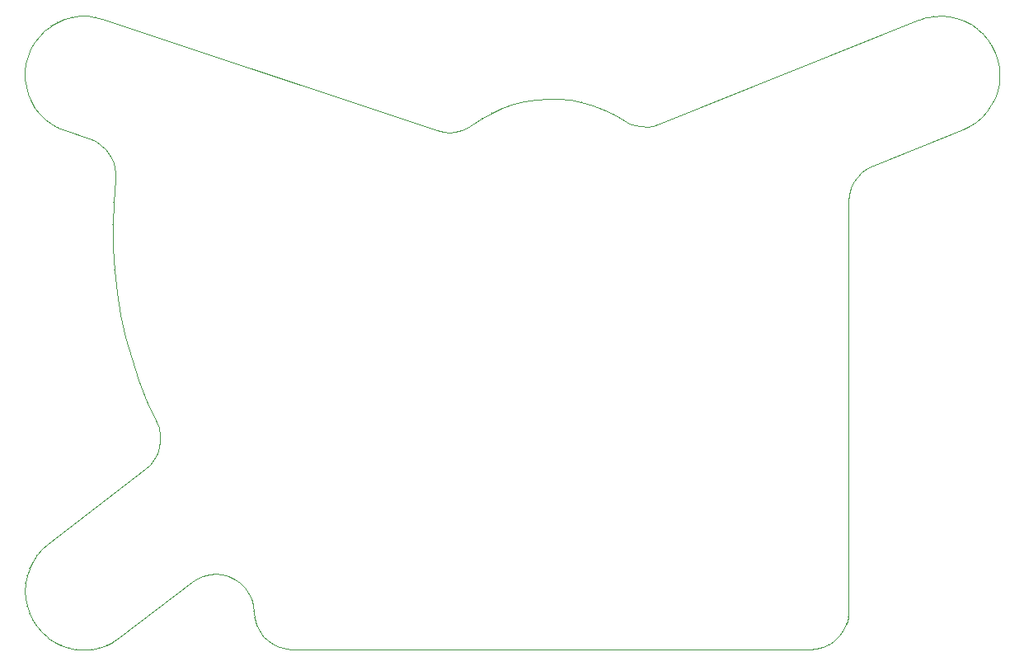
<source format=gm1>
G04 Layer_Color=16711935*
%FSLAX44Y44*%
%MOMM*%
G71*
G01*
G75*
%ADD38C,0.1000*%
D38*
X978186Y638526D02*
G03*
X978136Y638565I-332J-374D01*
G01*
X978190Y638522D02*
G03*
X978186Y638526I-336J-370D01*
G01*
X984027Y633276D02*
G03*
X984023Y633280I-336J-370D01*
G01*
X984071Y633231D02*
G03*
X984027Y633276I-380J-325D01*
G01*
X989212Y627215D02*
G03*
X989173Y627268I-419J-273D01*
G01*
X984071Y633231D02*
G03*
X984025Y633278I-380J-325D01*
G01*
X971664Y643005D02*
G03*
X971608Y643038I-282J-413D01*
G01*
X971665Y643004D02*
G03*
X971664Y643005I-284J-412D01*
G01*
X971610Y643037D02*
G03*
X971606Y643039I-228J-445D01*
G01*
X971664Y643004D02*
G03*
X971610Y643037I-283J-413D01*
G01*
X978137Y638564D02*
G03*
X978136Y638565I-284J-412D01*
G01*
X978188Y638524D02*
G03*
X978137Y638564I-334J-372D01*
G01*
X993525Y620580D02*
G03*
X993493Y620637I-451J-216D01*
G01*
X996934Y613438D02*
G03*
X996910Y613499I-476J-155D01*
G01*
X996934Y613438D02*
G03*
X996910Y613499I-476J-155D01*
G01*
X989212Y627215D02*
G03*
X989173Y627268I-419J-273D01*
G01*
X993525Y620580D02*
G03*
X993493Y620637I-451J-216D01*
G01*
X949408Y650877D02*
G03*
X949345Y650885I-102J-490D01*
G01*
X949412Y650876D02*
G03*
X949408Y650877I-106J-489D01*
G01*
X949410Y650876D02*
G03*
X949345Y650885I-104J-489D01*
G01*
X941520Y651494D02*
G03*
X941455Y651495I-39J-499D01*
G01*
X957150Y649234D02*
G03*
X957088Y649251I-165J-472D01*
G01*
X957153Y649233D02*
G03*
X957150Y649234I-168J-471D01*
G01*
X933616Y651077D02*
G03*
X933553Y651069I28J-499D01*
G01*
X933619Y651077D02*
G03*
X933616Y651077I25J-500D01*
G01*
X941456Y651495D02*
G03*
X941453Y651495I25J-500D01*
G01*
X941520Y651494D02*
G03*
X941456Y651495I-39J-499D01*
G01*
X933618Y651077D02*
G03*
X933553Y651069I27J-499D01*
G01*
X925837Y649632D02*
G03*
X925773Y649616I92J-492D01*
G01*
X964610Y646596D02*
G03*
X964552Y646620I-225J-447D01*
G01*
X964614Y646594D02*
G03*
X964610Y646596I-228J-445D01*
G01*
X964553Y646620D02*
G03*
X964550Y646621I-168J-471D01*
G01*
X964612Y646595D02*
G03*
X964553Y646620I-227J-446D01*
G01*
X957090Y649251D02*
G03*
X957086Y649252I-106J-489D01*
G01*
X957151Y649233D02*
G03*
X957090Y649251I-167J-472D01*
G01*
X1000827Y598134D02*
G03*
X1000819Y598197I-499J-28D01*
G01*
X1000827Y598131D02*
G03*
X1000827Y598134I-500J-25D01*
G01*
X1000820Y598196D02*
G03*
X1000819Y598199I-492J-90D01*
G01*
X1000827Y598132D02*
G03*
X1000820Y598196I-499J-27D01*
G01*
X1001246Y590268D02*
G03*
X1001245Y590295I-500J0D01*
G01*
X1001244Y590230D02*
G03*
X1001246Y590268I-499J39D01*
G01*
X1001245Y590293D02*
G03*
X1001245Y590297I-500J-25D01*
G01*
X1001246Y590268D02*
G03*
X1001245Y590293I-500J0D01*
G01*
X1001244Y590230D02*
G03*
X1001246Y590268I-499J39D01*
G01*
X999382Y605914D02*
G03*
X999366Y605976I-492J-93D01*
G01*
X999383Y605912D02*
G03*
X999382Y605914I-492J-90D01*
G01*
X999382Y605913D02*
G03*
X999366Y605976I-492J-92D01*
G01*
X1000626Y582340D02*
G03*
X1000636Y582405I-489J104D01*
G01*
X1000627Y582342D02*
G03*
X1000636Y582405I-490J102D01*
G01*
X1000626Y582338D02*
G03*
X1000627Y582342I-489J106D01*
G01*
X999001Y574660D02*
G03*
X999002Y574664I-489J106D01*
G01*
X998984Y574599D02*
G03*
X999001Y574660I-472J167D01*
G01*
X998984Y574600D02*
G03*
X999001Y574662I-472J165D01*
G01*
X998983Y574597D02*
G03*
X998984Y574600I-471J168D01*
G01*
X996346Y567140D02*
G03*
X996370Y567198I-447J225D01*
G01*
X996344Y567136D02*
G03*
X996346Y567140I-445J228D01*
G01*
X996370Y567197D02*
G03*
X996371Y567200I-471J168D01*
G01*
X996345Y567138D02*
G03*
X996370Y567197I-446J227D01*
G01*
X992787Y560140D02*
G03*
X992789Y560144I-445J228D01*
G01*
X992754Y560086D02*
G03*
X992787Y560140I-413J283D01*
G01*
X992755Y560086D02*
G03*
X992788Y560142I-413J282D01*
G01*
X992754Y560085D02*
G03*
X992755Y560086I-412J284D01*
G01*
X988314Y553613D02*
G03*
X988315Y553614I-412J284D01*
G01*
X988274Y553562D02*
G03*
X988314Y553613I-372J334D01*
G01*
X988276Y553564D02*
G03*
X988315Y553614I-374J332D01*
G01*
X988272Y553560D02*
G03*
X988276Y553564I-370J336D01*
G01*
X983026Y547723D02*
G03*
X983030Y547727I-370J336D01*
G01*
X982981Y547679D02*
G03*
X983026Y547723I-325J380D01*
G01*
X982981Y547679D02*
G03*
X983028Y547725I-325J380D01*
G01*
X976965Y542538D02*
G03*
X977018Y542577I-273J419D01*
G01*
X976965Y542538D02*
G03*
X977018Y542577I-273J419D01*
G01*
X970330Y538225D02*
G03*
X970387Y538257I-216J451D01*
G01*
X970330Y538225D02*
G03*
X970387Y538257I-216J451D01*
G01*
X963219Y534827D02*
G03*
X963249Y534840I-186J465D01*
G01*
X963221Y534828D02*
G03*
X963249Y534840I-188J464D01*
G01*
X963217Y534826D02*
G03*
X963221Y534828I-184J465D01*
G01*
X925837Y649632D02*
G03*
X925773Y649616I92J-492D01*
G01*
X918311Y647184D02*
G03*
X918281Y647173I155J-476D01*
G01*
X918283Y647174D02*
G03*
X918279Y647172I184J-465D01*
G01*
X918311Y647184D02*
G03*
X918283Y647174I155J-476D01*
G01*
X572013Y562844D02*
G03*
X571970Y562854I-137J-481D01*
G01*
X572013Y562844D02*
G03*
X571968Y562854I-137J-481D01*
G01*
X548625Y566270D02*
G03*
X548578Y566273I-54J-497D01*
G01*
X560392Y565068D02*
G03*
X560346Y565075I-94J-491D01*
G01*
X560395Y565068D02*
G03*
X560349Y565075I-97J-491D01*
G01*
X594452Y555404D02*
G03*
X594412Y555421I-218J-450D01*
G01*
X594455Y555402D02*
G03*
X594412Y555421I-221J-449D01*
G01*
X583395Y559614D02*
G03*
X583354Y559628I-178J-468D01*
G01*
X583395Y559614D02*
G03*
X583354Y559628I-178J-468D01*
G01*
X536792Y566442D02*
G03*
X536748Y566441I-7J-500D01*
G01*
X548622Y566271D02*
G03*
X548578Y566273I-51J-498D01*
G01*
X536792Y566442D02*
G03*
X536744Y566440I-7J-500D01*
G01*
X524995Y565580D02*
G03*
X524948Y565575I33J-499D01*
G01*
X524991Y565580D02*
G03*
X524945Y565575I37J-499D01*
G01*
X513314Y563693D02*
G03*
X513269Y563684I77J-494D01*
G01*
X513311Y563693D02*
G03*
X513269Y563684I80J-494D01*
G01*
X501841Y560793D02*
G03*
X501799Y560780I123J-485D01*
G01*
X501841Y560793D02*
G03*
X501799Y560780I123J-485D01*
G01*
X490666Y556904D02*
G03*
X490626Y556888I165J-472D01*
G01*
X490666Y556904D02*
G03*
X490626Y556888I165J-472D01*
G01*
X479874Y552055D02*
G03*
X479835Y552035I205J-456D01*
G01*
X605098Y550246D02*
G03*
X605061Y550265I-254J-431D01*
G01*
X605102Y550243D02*
G03*
X605098Y550246I-259J-428D01*
G01*
X605100Y550244D02*
G03*
X605059Y550267I-257J-430D01*
G01*
X479874Y552055D02*
G03*
X479835Y552035I205J-456D01*
G01*
X469546Y546283D02*
G03*
X469509Y546260I244J-437D01*
G01*
X469546Y546283D02*
G03*
X469509Y546260I244J-437D01*
G01*
X846248Y40956D02*
G03*
X846250Y41000I-498J44D01*
G01*
X846248Y40958D02*
G03*
X846250Y41000I-498J42D01*
G01*
X846248Y40955D02*
G03*
X846248Y40958I-498J45D01*
G01*
X845640Y34009D02*
G03*
X845641Y34012I-498J45D01*
G01*
X845626Y33925D02*
G03*
X845640Y34009I-483J130D01*
G01*
X845626Y33925D02*
G03*
X845641Y34010I-483J129D01*
G01*
X845625Y33924D02*
G03*
X845626Y33925I-483J130D01*
G01*
X843821Y27189D02*
G03*
X843821Y27190I-483J130D01*
G01*
X843791Y27108D02*
G03*
X843821Y27189I-453J211D01*
G01*
X843791Y27108D02*
G03*
X843821Y27190I-453J211D01*
G01*
X840801Y20713D02*
G03*
X840844Y20789I-410J287D01*
G01*
X840801Y20713D02*
G03*
X840844Y20789I-410J287D01*
G01*
X836746Y14935D02*
G03*
X836802Y15001I-354J354D01*
G01*
X836746Y14935D02*
G03*
X836802Y15001I-354J354D01*
G01*
X831748Y9948D02*
G03*
X831815Y10005I-287J410D01*
G01*
X831748Y9948D02*
G03*
X831815Y10005I-287J410D01*
G01*
X825961Y5906D02*
G03*
X826037Y5949I-211J453D01*
G01*
X825961Y5906D02*
G03*
X826037Y5949I-211J453D01*
G01*
X819561Y2929D02*
G03*
X819642Y2959I-130J483D01*
G01*
X819559Y2929D02*
G03*
X819561Y2929I-129J483D01*
G01*
X819560Y2929D02*
G03*
X819642Y2959I-130J483D01*
G01*
X812824Y1124D02*
G03*
X812826Y1125I-129J483D01*
G01*
X812739Y1109D02*
G03*
X812824Y1124I-44J498D01*
G01*
X812741Y1109D02*
G03*
X812825Y1124I-45J498D01*
G01*
X812738Y1109D02*
G03*
X812741Y1109I-42J498D01*
G01*
X805792Y501D02*
G03*
X805795Y502I-42J498D01*
G01*
X805750Y500D02*
G03*
X805792Y501I0J500D01*
G01*
X805750Y500D02*
G03*
X805794Y502I0J500D01*
G01*
X245070Y14528D02*
G03*
X245125Y14465I404J295D01*
G01*
X245068Y14531D02*
G03*
X245070Y14528I406J292D01*
G01*
X250036Y9688D02*
G03*
X250102Y9634I349J359D01*
G01*
X250036Y9688D02*
G03*
X250102Y9634I349J359D01*
G01*
X245069Y14530D02*
G03*
X245125Y14465I405J294D01*
G01*
X268767Y1103D02*
G03*
X268851Y1088I127J484D01*
G01*
X268769Y1102D02*
G03*
X268851Y1088I126J484D01*
G01*
X268765Y1103D02*
G03*
X268769Y1102I129J483D01*
G01*
X275677Y501D02*
G03*
X275720Y500I43J498D01*
G01*
X275677Y501D02*
G03*
X275720Y500I43J498D01*
G01*
X255755Y5764D02*
G03*
X255830Y5722I282J413D01*
G01*
X255755Y5764D02*
G03*
X255830Y5722I282J413D01*
G01*
X262061Y2874D02*
G03*
X262141Y2846I208J455D01*
G01*
X262140Y2846D02*
G03*
X262143Y2845I129J483D01*
G01*
X262061Y2874D02*
G03*
X262140Y2846I208J455D01*
G01*
X235237Y39848D02*
G03*
X235238Y39844I498J53D01*
G01*
X235238Y39845D02*
G03*
X235238Y39844I497J56D01*
G01*
X241002Y20147D02*
G03*
X241046Y20075I449J222D01*
G01*
X241001Y20149D02*
G03*
X241002Y20147I450J219D01*
G01*
X241045Y20076D02*
G03*
X241047Y20073I406J292D01*
G01*
X241002Y20148D02*
G03*
X241045Y20076I449J220D01*
G01*
X236012Y33037D02*
G03*
X236029Y32953I497J57D01*
G01*
X237953Y26377D02*
G03*
X237984Y26298I480J142D01*
G01*
X237952Y26380D02*
G03*
X237953Y26377I481J139D01*
G01*
X237983Y26300D02*
G03*
X237985Y26297I450J219D01*
G01*
X237953Y26378D02*
G03*
X237983Y26300I480J141D01*
G01*
X236028Y32955D02*
G03*
X236029Y32952I481J139D01*
G01*
X236012Y33037D02*
G03*
X236028Y32955I497J57D01*
G01*
X79885Y648395D02*
G03*
X79850Y648405I-161J-474D01*
G01*
X79882Y648396D02*
G03*
X79850Y648405I-158J-475D01*
G01*
X72259Y650394D02*
G03*
X72194Y650407I-127J-484D01*
G01*
X72259Y650394D02*
G03*
X72191Y650407I-127J-484D01*
G01*
X103683Y321810D02*
G03*
X103690Y321782I489J106D01*
G01*
X103689Y321784D02*
G03*
X103690Y321780I483J132D01*
G01*
X103683Y321807D02*
G03*
X103689Y321784I488J109D01*
G01*
X98635Y344487D02*
G03*
X98640Y344459I493J83D01*
G01*
X98634Y344490D02*
G03*
X98640Y344462I494J80D01*
G01*
X125736Y255747D02*
G03*
X125746Y255723I466J183D01*
G01*
X125736Y255747D02*
G03*
X125746Y255723I466J183D01*
G01*
X109895Y299417D02*
G03*
X109903Y299390I482J134D01*
G01*
X109895Y299415D02*
G03*
X109902Y299393I481J136D01*
G01*
X109894Y299420D02*
G03*
X109895Y299415I483J132D01*
G01*
X117252Y277378D02*
G03*
X117261Y277354I474J158D01*
G01*
X117251Y277381D02*
G03*
X117261Y277354I475J156D01*
G01*
X91192Y460114D02*
G03*
X91190Y460089I498J-45D01*
G01*
X91190Y460090D02*
G03*
X91190Y460087I500J-21D01*
G01*
X91192Y460114D02*
G03*
X91190Y460090I498J-45D01*
G01*
X90288Y436895D02*
G03*
X90288Y436871I500J-18D01*
G01*
X90288Y436899D02*
G03*
X90288Y436895I500J-21D01*
G01*
X90288Y436897D02*
G03*
X90288Y436868I500J-19D01*
G01*
X94762Y367397D02*
G03*
X94766Y367372I497J58D01*
G01*
X92076Y390476D02*
G03*
X92079Y390451I499J32D01*
G01*
X94762Y367397D02*
G03*
X94767Y367368I497J58D01*
G01*
X90583Y413667D02*
G03*
X90585Y413638I500J3D01*
G01*
X92076Y390479D02*
G03*
X92079Y390451I499J30D01*
G01*
X90584Y413663D02*
G03*
X90585Y413635I500J6D01*
G01*
X64411Y651388D02*
G03*
X64342Y651392I-66J-496D01*
G01*
X64408Y651388D02*
G03*
X64342Y651392I-63J-496D01*
G01*
X56494Y651349D02*
G03*
X56429Y651345I3J-500D01*
G01*
X56430Y651345D02*
G03*
X56427Y651344I67J-496D01*
G01*
X56494Y651349D02*
G03*
X56430Y651345I3J-500D01*
G01*
X48652Y650277D02*
G03*
X48589Y650264I69J-495D01*
G01*
X48655Y650278D02*
G03*
X48652Y650277I67J-496D01*
G01*
X48653Y650277D02*
G03*
X48589Y650264I68J-496D01*
G01*
X41019Y648191D02*
G03*
X40957Y648170I132J-483D01*
G01*
X40958Y648170D02*
G03*
X40957Y648170I193J-461D01*
G01*
X41019Y648191D02*
G03*
X40958Y648170I132J-483D01*
G01*
X33722Y645126D02*
G03*
X33665Y645097I195J-461D01*
G01*
X33724Y645127D02*
G03*
X33722Y645126I193J-461D01*
G01*
X33665Y645098D02*
G03*
X33664Y645097I252J-432D01*
G01*
X33723Y645127D02*
G03*
X33665Y645098I194J-461D01*
G01*
X26889Y641135D02*
G03*
X26835Y641099I253J-431D01*
G01*
X26890Y641136D02*
G03*
X26889Y641135I252J-432D01*
G01*
X26837Y641100D02*
G03*
X26834Y641098I305J-396D01*
G01*
X26889Y641136D02*
G03*
X26837Y641100I253J-432D01*
G01*
X20634Y636286D02*
G03*
X20586Y636244I308J-394D01*
G01*
X20636Y636288D02*
G03*
X20634Y636286I305J-396D01*
G01*
X20635Y636287D02*
G03*
X20586Y636244I307J-395D01*
G01*
X15067Y630664D02*
G03*
X15024Y630614I356J-352D01*
G01*
X15025Y630616D02*
G03*
X15023Y630613I398J-304D01*
G01*
X15067Y630664D02*
G03*
X15025Y630616I356J-352D01*
G01*
X10280Y624360D02*
G03*
X10245Y624307I399J-301D01*
G01*
X10282Y624363D02*
G03*
X10280Y624360I398J-304D01*
G01*
X10245Y624308D02*
G03*
X10244Y624307I434J-248D01*
G01*
X10281Y624362D02*
G03*
X10245Y624308I399J-302D01*
G01*
X6358Y617488D02*
G03*
X6329Y617430I435J-247D01*
G01*
X6358Y617489D02*
G03*
X6358Y617488I434J-248D01*
G01*
X6358Y617489D02*
G03*
X6329Y617430I435J-248D01*
G01*
X3366Y610163D02*
G03*
X3345Y610100I463J-189D01*
G01*
X3366Y610163D02*
G03*
X3345Y610100I463J-189D01*
G01*
X1355Y602508D02*
G03*
X1343Y602444I484J-127D01*
G01*
X1355Y602508D02*
G03*
X1343Y602441I484J-127D01*
G01*
X27390Y540530D02*
G03*
X27443Y540495I301J399D01*
G01*
X27387Y540532D02*
G03*
X27390Y540530I304J398D01*
G01*
X27442Y540495D02*
G03*
X27443Y540494I248J434D01*
G01*
X27388Y540531D02*
G03*
X27442Y540495I302J399D01*
G01*
X15463Y550885D02*
G03*
X15506Y550836I395J307D01*
G01*
X15464Y550884D02*
G03*
X15506Y550836I394J308D01*
G01*
X15461Y550886D02*
G03*
X15464Y550884I396J305D01*
G01*
X21134Y545275D02*
G03*
X21137Y545273I304J398D01*
G01*
X21086Y545317D02*
G03*
X21134Y545275I352J356D01*
G01*
X21086Y545317D02*
G03*
X21135Y545274I352J356D01*
G01*
X41587Y533616D02*
G03*
X41621Y533604I189J463D01*
G01*
X34262Y536608D02*
G03*
X34320Y536579I247J435D01*
G01*
X34261Y536608D02*
G03*
X34262Y536608I248J434D01*
G01*
X41587Y533616D02*
G03*
X41618Y533604I189J463D01*
G01*
X34261Y536608D02*
G03*
X34320Y536579I248J435D01*
G01*
X1472Y578903D02*
G03*
X1486Y578839I496J68D01*
G01*
X362Y594660D02*
G03*
X358Y594592I496J-66D01*
G01*
X401Y586744D02*
G03*
X405Y586679I500J3D01*
G01*
X361Y594657D02*
G03*
X358Y594592I496J-63D01*
G01*
X1473Y578902D02*
G03*
X1486Y578839I495J69D01*
G01*
X1472Y578905D02*
G03*
X1473Y578902I496J67D01*
G01*
X405Y586680D02*
G03*
X406Y586677I496J67D01*
G01*
X401Y586744D02*
G03*
X405Y586680I500J3D01*
G01*
X10615Y557139D02*
G03*
X10651Y557085I431J253D01*
G01*
X10613Y557140D02*
G03*
X10615Y557139I432J252D01*
G01*
X10650Y557087D02*
G03*
X10652Y557084I396J305D01*
G01*
X10614Y557139D02*
G03*
X10650Y557087I432J253D01*
G01*
X3580Y571208D02*
G03*
X3580Y571207I461J193D01*
G01*
X3559Y571269D02*
G03*
X3580Y571208I483J132D01*
G01*
X3559Y571269D02*
G03*
X3580Y571208I483J132D01*
G01*
X6652Y563915D02*
G03*
X6653Y563914I432J252D01*
G01*
X6623Y563973D02*
G03*
X6652Y563915I461J194D01*
G01*
X6624Y563972D02*
G03*
X6653Y563915I461J195D01*
G01*
X6623Y563974D02*
G03*
X6624Y563972I461J193D01*
G01*
X97659Y13064D02*
G03*
X97686Y13083I-279J415D01*
G01*
X97659Y13064D02*
G03*
X97686Y13083I-279J415D01*
G01*
X23814Y108917D02*
G03*
X23789Y108896I305J-396D01*
G01*
X23790Y108897D02*
G03*
X23787Y108895I329J-377D01*
G01*
X23814Y108917D02*
G03*
X23790Y108897I305J-396D01*
G01*
X17898Y103707D02*
G03*
X17853Y103662I332J-374D01*
G01*
X17901Y103709D02*
G03*
X17898Y103707I329J-377D01*
G01*
X17855Y103663D02*
G03*
X17852Y103660I375J-331D01*
G01*
X17900Y103708D02*
G03*
X17855Y103663I331J-375D01*
G01*
X12690Y97748D02*
G03*
X12652Y97698I378J-327D01*
G01*
X12693Y97751D02*
G03*
X12690Y97748I375J-331D01*
G01*
X12692Y97750D02*
G03*
X12652Y97698I377J-329D01*
G01*
X8306Y91162D02*
G03*
X8273Y91106I417J-277D01*
G01*
X8274Y91106D02*
G03*
X8273Y91105I449J-221D01*
G01*
X8306Y91162D02*
G03*
X8274Y91106I417J-277D01*
G01*
X8407Y30663D02*
G03*
X8439Y30607I448J222D01*
G01*
X8407Y30663D02*
G03*
X8439Y30607I448J222D01*
G01*
X4817Y84058D02*
G03*
X4793Y83999I450J-220D01*
G01*
X4818Y84060D02*
G03*
X4817Y84058I449J-221D01*
G01*
X4818Y84059D02*
G03*
X4793Y83999I449J-220D01*
G01*
X2286Y76561D02*
G03*
X2270Y76498I474J-160D01*
G01*
X2286Y76561D02*
G03*
X2270Y76498I474J-160D01*
G01*
X755Y68797D02*
G03*
X747Y68732I491J-97D01*
G01*
X755Y68797D02*
G03*
X747Y68732I491J-97D01*
G01*
X251Y60899D02*
G03*
X251Y60834I499J-32D01*
G01*
X2338Y45244D02*
G03*
X2355Y45181I490J99D01*
G01*
X4895Y37755D02*
G03*
X4920Y37695I473J162D01*
G01*
X4895Y37755D02*
G03*
X4920Y37695I473J162D01*
G01*
X782Y53004D02*
G03*
X790Y52939I499J34D01*
G01*
X251Y60899D02*
G03*
X251Y60834I499J-32D01*
G01*
X2339Y45244D02*
G03*
X2355Y45181I490J99D01*
G01*
X2338Y45245D02*
G03*
X2339Y45244I491J98D01*
G01*
X790Y52939D02*
G03*
X790Y52938I491J98D01*
G01*
X782Y53004D02*
G03*
X790Y52939I499J34D01*
G01*
X91087Y8656D02*
G03*
X91143Y8689I-222J448D01*
G01*
X91087Y8656D02*
G03*
X91143Y8689I-222J448D01*
G01*
X83995Y5145D02*
G03*
X84055Y5170I-162J473D01*
G01*
X83995Y5145D02*
G03*
X84055Y5170I-162J473D01*
G01*
X76505Y2588D02*
G03*
X76569Y2605I-99J490D01*
G01*
X76506Y2589D02*
G03*
X76569Y2605I-99J490D01*
G01*
X76505Y2588D02*
G03*
X76506Y2589I-98J491D01*
G01*
X68811Y1040D02*
G03*
X68812Y1040I-98J491D01*
G01*
X68746Y1032D02*
G03*
X68811Y1040I-34J499D01*
G01*
X68746Y1032D02*
G03*
X68811Y1040I-34J499D01*
G01*
X52953Y1005D02*
G03*
X53018Y997I97J491D01*
G01*
X60851Y501D02*
G03*
X60916Y501I32J499D01*
G01*
X60851Y501D02*
G03*
X60916Y501I32J499D01*
G01*
X52953Y1005D02*
G03*
X53018Y997I97J491D01*
G01*
X24002Y12940D02*
G03*
X24052Y12902I327J378D01*
G01*
X23999Y12943D02*
G03*
X24002Y12940I331J375D01*
G01*
X24000Y12942D02*
G03*
X24052Y12902I329J377D01*
G01*
X12814Y24091D02*
G03*
X12854Y24039I415J279D01*
G01*
X12853Y24040D02*
G03*
X12855Y24037I377J329D01*
G01*
X12814Y24091D02*
G03*
X12853Y24040I415J279D01*
G01*
X18087Y18105D02*
G03*
X18090Y18102I331J375D01*
G01*
X18042Y18149D02*
G03*
X18087Y18105I375J331D01*
G01*
X18043Y18148D02*
G03*
X18088Y18103I374J332D01*
G01*
X18040Y18151D02*
G03*
X18043Y18148I377J329D01*
G01*
X45189Y2536D02*
G03*
X45252Y2519I160J474D01*
G01*
X45189Y2536D02*
G03*
X45252Y2519I160J474D01*
G01*
X30587Y8556D02*
G03*
X30644Y8523I277J417D01*
G01*
X37692Y5067D02*
G03*
X37751Y5043I220J450D01*
G01*
X37690Y5068D02*
G03*
X37692Y5067I221J449D01*
G01*
X37691Y5068D02*
G03*
X37751Y5043I220J449D01*
G01*
X30643Y8524D02*
G03*
X30645Y8523I221J449D01*
G01*
X30587Y8556D02*
G03*
X30643Y8524I277J417D01*
G01*
X984025Y633278D02*
X984027Y633276D01*
X984023Y633280D02*
X984025Y633278D01*
X978190Y638522D02*
X984023Y633280D01*
X978188Y638524D02*
X978190Y638522D01*
X978186Y638526D02*
X978188Y638524D01*
X984071Y633231D02*
X989173Y627268D01*
X978136Y638565D02*
X978137Y638564D01*
X978136Y638565D02*
X978136Y638565D01*
X971665Y643004D02*
X978136Y638565D01*
X971664Y643004D02*
X971665Y643004D01*
X971664Y643005D02*
X971664Y643004D01*
X971608Y643038D02*
X971610Y643037D01*
X971606Y643039D02*
X971608Y643038D01*
X964614Y646594D02*
X971606Y643039D01*
X964612Y646595D02*
X964614Y646594D01*
X964610Y646596D02*
X964612Y646595D01*
X993525Y620580D02*
X996910Y613499D01*
X996934Y613438D02*
X999366Y605976D01*
X989212Y627215D02*
X993493Y620637D01*
X941520Y651494D02*
X949345Y650885D01*
X957088Y649251D02*
X957090Y649251D01*
X957086Y649252D02*
X957088Y649251D01*
X949412Y650876D02*
X957086Y649252D01*
X949410Y650876D02*
X949412Y650876D01*
X949408Y650877D02*
X949410Y650876D01*
X941455Y651495D02*
X941456Y651495D01*
X941453Y651495D02*
X941455Y651495D01*
X933619Y651077D02*
X941453Y651495D01*
X933618Y651077D02*
X933619Y651077D01*
X933616Y651077D02*
X933618Y651077D01*
X925837Y649632D02*
X933553Y651069D01*
X964552Y646620D02*
X964553Y646620D01*
X964550Y646621D02*
X964552Y646620D01*
X957153Y649233D02*
X964550Y646621D01*
X957151Y649233D02*
X957153Y649233D01*
X957150Y649234D02*
X957151Y649233D01*
X1000827Y598134D02*
X1000827Y598132D01*
X1000827Y598131D01*
X1001245Y590297D01*
X1001245Y590295D01*
X1001245Y590293D01*
X999382Y605914D02*
X999382Y605913D01*
X999383Y605912D01*
X1000819Y598199D01*
X1000819Y598197D01*
X1000820Y598196D01*
X1000636Y582405D02*
X1001244Y590230D01*
X1000626Y582340D02*
X1000627Y582342D01*
X1000626Y582338D02*
X1000626Y582340D01*
X999002Y574664D02*
X1000626Y582338D01*
X999001Y574662D02*
X999002Y574664D01*
X999001Y574660D02*
X999001Y574662D01*
X998984Y574599D02*
X998984Y574600D01*
X998983Y574597D02*
X998984Y574599D01*
X996371Y567200D02*
X998983Y574597D01*
X996370Y567198D02*
X996371Y567200D01*
X996370Y567197D02*
X996370Y567198D01*
X996345Y567138D02*
X996346Y567140D01*
X996344Y567136D02*
X996345Y567138D01*
X992789Y560144D02*
X996344Y567136D01*
X992788Y560142D02*
X992789Y560144D01*
X992787Y560140D02*
X992788Y560142D01*
X992754Y560086D02*
X992755Y560086D01*
X992754Y560085D02*
X992754Y560086D01*
X988315Y553614D02*
X992754Y560085D01*
X988315Y553614D02*
X988315Y553614D01*
X988314Y553613D02*
X988315Y553614D01*
X988274Y553562D02*
X988276Y553564D01*
X988272Y553560D02*
X988274Y553562D01*
X983030Y547727D02*
X988272Y553560D01*
X983028Y547725D02*
X983030Y547727D01*
X983026Y547723D02*
X983028Y547725D01*
X977018Y542577D02*
X982981Y547679D01*
X970387Y538257D02*
X976965Y542538D01*
X963249Y534840D02*
X970330Y538225D01*
X918311Y647184D02*
X925773Y649616D01*
X560346Y565075D02*
X560349Y565075D01*
X548625Y566270D02*
X560346Y565075D01*
X548622Y566271D02*
X548625Y566270D01*
X571968Y562854D02*
X571970Y562854D01*
X560395Y565068D02*
X571968Y562854D01*
X560392Y565068D02*
X560395Y565068D01*
X918281Y647173D02*
X918283Y647174D01*
X918279Y647172D02*
X918281Y647173D01*
X651642Y540517D02*
X918279Y647172D01*
X583395Y559614D02*
X594412Y555421D01*
X605059Y550267D02*
X605061Y550265D01*
X594455Y555402D02*
X605059Y550267D01*
X594452Y555404D02*
X594455Y555402D01*
X572013Y562844D02*
X583354Y559628D01*
X536792Y566442D02*
X548578Y566273D01*
X536744Y566440D02*
X536748Y566441D01*
X524995Y565580D02*
X536744Y566440D01*
X524991Y565580D02*
X524995Y565580D01*
X524945Y565575D02*
X524948Y565575D01*
X513314Y563693D02*
X524945Y565575D01*
X513311Y563693D02*
X513314Y563693D01*
X501841Y560793D02*
X513269Y563684D01*
X490666Y556904D02*
X501799Y560780D01*
X479874Y552055D02*
X490626Y556888D01*
X645576Y538639D02*
X651642Y540517D01*
X626754Y539026D02*
X632980Y537887D01*
X639308Y537757D01*
X620789Y541145D02*
X626754Y539026D01*
X615212Y544205D02*
X620789Y541145D01*
X639308Y537757D02*
X645576Y538639D01*
X605102Y550243D02*
X615212Y544205D01*
X605100Y550244D02*
X605102Y550243D01*
X605098Y550246D02*
X605100Y550244D01*
X469546Y546283D02*
X479835Y552035D01*
X459768Y539637D02*
X469509Y546260D01*
X454381Y536255D02*
X459768Y539637D01*
X448551Y533789D02*
X454381Y536255D01*
X963219Y534827D02*
X963221Y534828D01*
X963217Y534826D02*
X963219Y534827D01*
X871100Y497979D02*
X963217Y534826D01*
X865087Y494958D02*
X871100Y497979D01*
X859688Y490976D02*
X865087Y494958D01*
X855042Y486138D02*
X859688Y490976D01*
X851281Y480583D02*
X855042Y486138D01*
X848514Y474472D02*
X851281Y480583D01*
X846822Y467981D02*
X848514Y474472D01*
X846250Y461275D02*
X846822Y467981D01*
X846250Y41000D02*
Y461275D01*
X846248Y40956D02*
X846248Y40958D01*
X846248Y40955D02*
X846248Y40956D01*
X845641Y34012D02*
X846248Y40955D01*
X845641Y34010D02*
X845641Y34012D01*
X845640Y34009D02*
X845641Y34010D01*
X845626Y33925D02*
X845626Y33925D01*
X845625Y33924D02*
X845626Y33925D01*
X843821Y27190D02*
X845625Y33924D01*
X843821Y27190D02*
X843821Y27190D01*
X843821Y27189D02*
X843821Y27190D01*
X840844Y20789D02*
X843791Y27108D01*
X836802Y15001D02*
X840801Y20713D01*
X831815Y10005D02*
X836746Y14935D01*
X826037Y5949D02*
X831748Y9948D01*
X819642Y2959D02*
X825961Y5906D01*
X819560Y2929D02*
X819561Y2929D01*
X819559Y2929D02*
X819560Y2929D01*
X812826Y1125D02*
X819559Y2929D01*
X812825Y1124D02*
X812826Y1125D01*
X812824Y1124D02*
X812825Y1124D01*
X812739Y1109D02*
X812741Y1109D01*
X812738Y1109D02*
X812739Y1109D01*
X805795Y502D02*
X812738Y1109D01*
X805794Y502D02*
X805795Y502D01*
X805792Y501D02*
X805794Y502D01*
X275720Y500D02*
X805750D01*
X442403Y532286D02*
X448551Y533789D01*
X436093Y531785D02*
X442403Y532286D01*
X423619Y533817D02*
X429784Y532298D01*
X436093Y531785D01*
X229725Y58945D02*
X232633Y52935D01*
X221109Y69083D02*
X225847Y64380D01*
X229725Y58945D01*
X250102Y9634D02*
X255755Y5764D01*
X245125Y14465D02*
X250036Y9688D01*
X268851Y1088D02*
X275677Y501D01*
X255830Y5722D02*
X262061Y2874D01*
X268767Y1103D02*
X268769Y1102D01*
X268765Y1103D02*
X268767Y1103D01*
X262143Y2845D02*
X268765Y1103D01*
X262141Y2846D02*
X262143Y2845D01*
X262140Y2846D02*
X262141Y2846D01*
X232633Y52935D02*
X234486Y46521D01*
X235237Y39848D01*
X235238Y39845D01*
X237983Y26300D02*
X237984Y26298D01*
X237985Y26297D01*
X241001Y20149D01*
X241002Y20148D01*
X241002Y20147D01*
X241045Y20076D02*
X241046Y20075D01*
X241047Y20073D01*
X245068Y14531D01*
X245069Y14530D01*
X245070Y14528D01*
X235238Y39844D02*
X236012Y33037D01*
X236028Y32955D02*
X236029Y32953D01*
X236029Y32952D01*
X237952Y26380D01*
X237953Y26378D01*
X237953Y26377D01*
X83302Y514369D02*
X87385Y509017D01*
X90501Y503049D02*
X92557Y496638D01*
X87385Y509017D02*
X90501Y503049D01*
X92557Y496638D02*
X93495Y489971D01*
X79885Y648395D02*
X423619Y533817D01*
X79882Y648396D02*
X79885Y648395D01*
X72259Y650394D02*
X79850Y648405D01*
X72191Y650407D02*
X72194Y650407D01*
X64411Y651388D02*
X72191Y650407D01*
X64408Y651388D02*
X64411Y651388D01*
X78368Y518951D02*
X83302Y514369D01*
X66526Y525302D02*
X72728Y522627D01*
X78368Y518951D01*
X98640Y344462D02*
X98640Y344459D01*
X103683Y321810D01*
X103683Y321807D01*
X117261Y277354D02*
X125736Y255747D01*
X103689Y321784D02*
X103690Y321782D01*
X103690Y321780D01*
X109894Y299420D01*
X109895Y299417D01*
X109895Y299415D01*
X109902Y299393D02*
X109903Y299390D01*
X117251Y277381D01*
X117252Y277378D01*
X93286Y483214D02*
X93495Y489971D01*
X91192Y460114D02*
X93286Y483214D01*
X91190Y460089D02*
X91190Y460090D01*
X91190Y460087D02*
X91190Y460089D01*
X90288Y436899D02*
X91190Y460087D01*
X90288Y436897D02*
X90288Y436899D01*
X90288Y436895D02*
X90288Y436897D01*
X92079Y390451D02*
X94762Y367397D01*
X94766Y367372D02*
X94767Y367368D01*
X98634Y344490D01*
X98635Y344487D01*
X90288Y436871D02*
X90288Y436868D01*
X90583Y413667D01*
X90584Y413663D01*
X90585Y413638D02*
X90585Y413635D01*
X92076Y390479D01*
X92076Y390476D01*
X56494Y651349D02*
X64342Y651392D01*
X56429Y651345D02*
X56430Y651345D01*
X56427Y651344D02*
X56429Y651345D01*
X48655Y650278D02*
X56427Y651344D01*
X48653Y650277D02*
X48655Y650278D01*
X48652Y650277D02*
X48653Y650277D01*
X41019Y648191D02*
X48589Y650264D01*
X40957Y648170D02*
X40958Y648170D01*
X40957Y648170D02*
X40957Y648170D01*
X33724Y645127D02*
X40957Y648170D01*
X33723Y645127D02*
X33724Y645127D01*
X33722Y645126D02*
X33723Y645127D01*
X33665Y645097D02*
X33665Y645098D01*
X33664Y645097D02*
X33665Y645097D01*
X26890Y641136D02*
X33664Y645097D01*
X26889Y641136D02*
X26890Y641136D01*
X26889Y641135D02*
X26889Y641136D01*
X26835Y641099D02*
X26837Y641100D01*
X26834Y641098D02*
X26835Y641099D01*
X20636Y636288D02*
X26834Y641098D01*
X20635Y636287D02*
X20636Y636288D01*
X20634Y636286D02*
X20635Y636287D01*
X15067Y630664D02*
X20586Y636244D01*
X15024Y630614D02*
X15025Y630616D01*
X15023Y630613D02*
X15024Y630614D01*
X10282Y624363D02*
X15023Y630613D01*
X10281Y624362D02*
X10282Y624363D01*
X10280Y624360D02*
X10281Y624362D01*
X10245Y624307D02*
X10245Y624308D01*
X10244Y624307D02*
X10245Y624307D01*
X6358Y617489D02*
X10244Y624307D01*
X6358Y617489D02*
X6358Y617489D01*
X6358Y617488D02*
X6358Y617489D01*
X3366Y610163D02*
X6329Y617430D01*
X1355Y602508D02*
X3345Y610100D01*
X1343Y602441D02*
X1343Y602444D01*
X362Y594660D02*
X1343Y602441D01*
X361Y594657D02*
X362Y594660D01*
X27388Y540531D02*
X27390Y540530D01*
X27387Y540532D02*
X27388Y540531D01*
X21137Y545273D02*
X27387Y540532D01*
X21135Y545274D02*
X21137Y545273D01*
X21134Y545275D02*
X21135Y545274D01*
X15506Y550836D02*
X21086Y545317D01*
X41621Y533604D02*
X66526Y525302D01*
X41618Y533604D02*
X41621Y533604D01*
X34261Y536608D02*
X34262Y536608D01*
X34261Y536608D02*
X34261Y536608D01*
X27443Y540494D02*
X34261Y536608D01*
X27443Y540495D02*
X27443Y540494D01*
X27442Y540495D02*
X27443Y540495D01*
X34320Y536579D02*
X41587Y533616D01*
X358Y594592D02*
X401Y586744D01*
X405Y586680D02*
X405Y586679D01*
X406Y586677D01*
X1472Y578905D01*
X1472Y578903D01*
X1473Y578902D01*
X6652Y563915D02*
X6653Y563915D01*
X6653Y563914D01*
X10613Y557140D01*
X10614Y557139D01*
X10615Y557139D01*
X10650Y557087D02*
X10651Y557085D01*
X10652Y557084D01*
X15461Y550886D01*
X15463Y550885D01*
X15464Y550884D01*
X1486Y578839D02*
X3559Y571269D01*
X3580Y571208D02*
X3580Y571208D01*
X3580Y571207D01*
X6623Y563974D01*
X6623Y563973D01*
X6624Y563972D01*
X137736Y228283D02*
X139042Y221679D01*
X139207Y214948D01*
X138226Y208287D02*
X139207Y214948D01*
X135317Y234596D02*
X137736Y228283D01*
X136129Y201890D02*
X138226Y208287D01*
X125746Y255723D02*
X135317Y234596D01*
X132976Y195941D02*
X136129Y201890D01*
X128858Y190615D02*
X132976Y195941D01*
X123880Y186051D02*
X128858Y190615D01*
X23814Y108917D02*
X123880Y186051D01*
X215647Y72922D02*
X221109Y69083D01*
X209616Y75786D02*
X215647Y72922D01*
X203188Y77593D02*
X209616Y75786D01*
X189886Y77862D02*
X196549Y78291D01*
X203188Y77593D01*
X183391Y76316D02*
X189886Y77862D01*
X177250Y73699D02*
X183391Y76316D01*
X171618Y70073D02*
X177250Y73699D01*
X97686Y13083D02*
X171618Y70073D01*
X91143Y8689D02*
X97659Y13064D01*
X23789Y108896D02*
X23790Y108897D01*
X23787Y108895D02*
X23789Y108896D01*
X17901Y103709D02*
X23787Y108895D01*
X17900Y103708D02*
X17901Y103709D01*
X17898Y103707D02*
X17900Y103708D01*
X17853Y103662D02*
X17855Y103663D01*
X17852Y103660D02*
X17853Y103662D01*
X12693Y97751D02*
X17852Y103660D01*
X12692Y97750D02*
X12693Y97751D01*
X12690Y97748D02*
X12692Y97750D01*
X8306Y91162D02*
X12652Y97698D01*
X8439Y30607D02*
X12814Y24091D01*
X8273Y91106D02*
X8274Y91106D01*
X8273Y91105D02*
X8273Y91106D01*
X4818Y84060D02*
X8273Y91105D01*
X4818Y84059D02*
X4818Y84060D01*
X4817Y84058D02*
X4818Y84059D01*
X2286Y76561D02*
X4793Y83999D01*
X755Y68797D02*
X2270Y76498D01*
X251Y60899D02*
X747Y68732D01*
X2355Y45181D02*
X4895Y37755D01*
X4920Y37695D02*
X8407Y30663D01*
X251Y60834D02*
X782Y53004D01*
X790Y52939D02*
X790Y52939D01*
X790Y52938D01*
X2338Y45245D01*
X2338Y45244D01*
X2339Y45244D01*
X84055Y5170D02*
X91087Y8656D01*
X76569Y2605D02*
X83995Y5145D01*
X76505Y2588D02*
X76506Y2589D01*
X76505Y2588D02*
X76505Y2588D01*
X68812Y1040D02*
X76505Y2588D01*
X68811Y1040D02*
X68812Y1040D01*
X68811Y1040D02*
X68811Y1040D01*
X60916Y501D02*
X68746Y1032D01*
X53018Y997D02*
X60851Y501D01*
X24000Y12942D02*
X24002Y12940D01*
X23999Y12943D02*
X24000Y12942D01*
X18090Y18102D02*
X23999Y12943D01*
X18088Y18103D02*
X18090Y18102D01*
X18087Y18105D02*
X18088Y18103D01*
X12853Y24040D02*
X12854Y24039D01*
X12855Y24037D01*
X18040Y18151D01*
X18042Y18149D01*
X18043Y18148D01*
X37751Y5043D02*
X45189Y2536D01*
X45252Y2519D02*
X52953Y1005D01*
X24052Y12902D02*
X30587Y8556D01*
X37691Y5068D02*
X37692Y5067D01*
X37690Y5068D02*
X37691Y5068D01*
X30645Y8523D02*
X37690Y5068D01*
X30644Y8523D02*
X30645Y8523D01*
X30643Y8524D02*
X30644Y8523D01*
M02*

</source>
